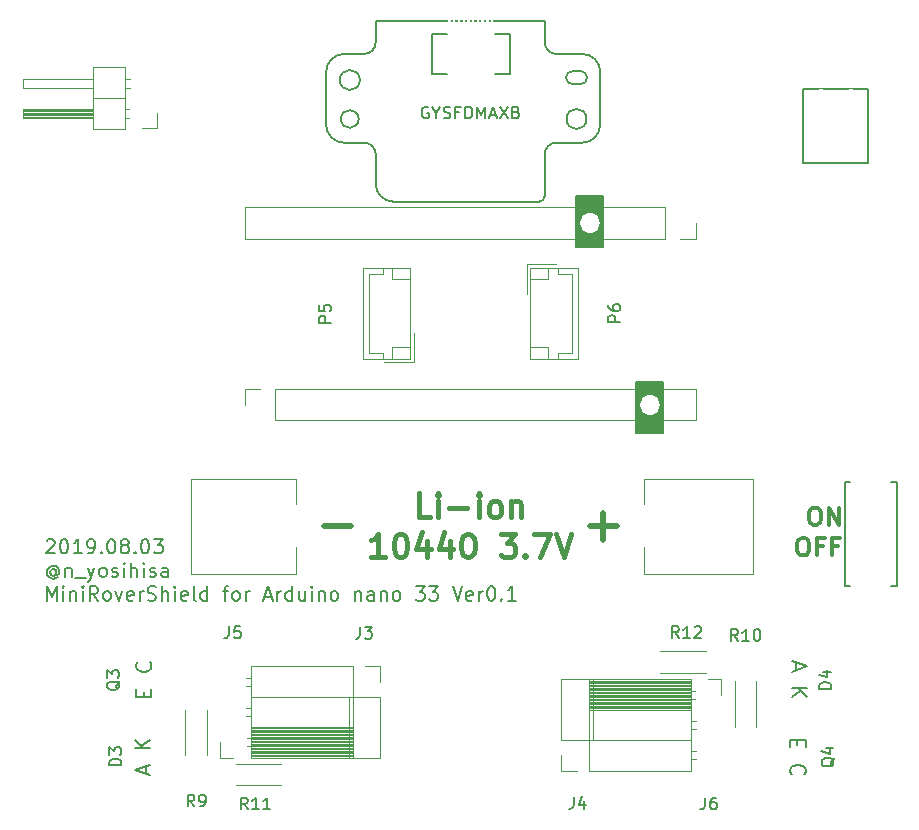
<source format=gto>
G04 #@! TF.GenerationSoftware,KiCad,Pcbnew,(5.0.0)*
G04 #@! TF.CreationDate,2019-08-04T00:31:06+09:00*
G04 #@! TF.ProjectId,MiniRoverShield,4D696E69526F766572536869656C642E,rev?*
G04 #@! TF.SameCoordinates,Original*
G04 #@! TF.FileFunction,Legend,Top*
G04 #@! TF.FilePolarity,Positive*
%FSLAX46Y46*%
G04 Gerber Fmt 4.6, Leading zero omitted, Abs format (unit mm)*
G04 Created by KiCad (PCBNEW (5.0.0)) date 08/04/19 00:31:06*
%MOMM*%
%LPD*%
G01*
G04 APERTURE LIST*
%ADD10C,0.200000*%
%ADD11C,0.150000*%
%ADD12C,0.300000*%
%ADD13C,0.500000*%
%ADD14C,0.400000*%
%ADD15C,0.120000*%
%ADD16C,0.100000*%
%ADD17C,1.600000*%
%ADD18R,1.700000X1.700000*%
%ADD19O,1.700000X1.700000*%
%ADD20O,1.400000X1.400000*%
%ADD21C,1.400000*%
%ADD22O,2.000000X1.700000*%
%ADD23R,2.000000X1.700000*%
%ADD24C,0.600000*%
%ADD25C,2.000000*%
%ADD26C,1.200000*%
%ADD27C,0.200000*%
%ADD28O,2.800000X3.500000*%
%ADD29O,3.000000X2.000000*%
%ADD30O,2.200000X1.300000*%
G04 APERTURE END LIST*
D10*
X42178571Y-92123142D02*
X42235714Y-92066000D01*
X42350000Y-92008857D01*
X42635714Y-92008857D01*
X42750000Y-92066000D01*
X42807142Y-92123142D01*
X42864285Y-92237428D01*
X42864285Y-92351714D01*
X42807142Y-92523142D01*
X42121428Y-93208857D01*
X42864285Y-93208857D01*
X43607142Y-92008857D02*
X43721428Y-92008857D01*
X43835714Y-92066000D01*
X43892857Y-92123142D01*
X43950000Y-92237428D01*
X44007142Y-92466000D01*
X44007142Y-92751714D01*
X43950000Y-92980285D01*
X43892857Y-93094571D01*
X43835714Y-93151714D01*
X43721428Y-93208857D01*
X43607142Y-93208857D01*
X43492857Y-93151714D01*
X43435714Y-93094571D01*
X43378571Y-92980285D01*
X43321428Y-92751714D01*
X43321428Y-92466000D01*
X43378571Y-92237428D01*
X43435714Y-92123142D01*
X43492857Y-92066000D01*
X43607142Y-92008857D01*
X45150000Y-93208857D02*
X44464285Y-93208857D01*
X44807142Y-93208857D02*
X44807142Y-92008857D01*
X44692857Y-92180285D01*
X44578571Y-92294571D01*
X44464285Y-92351714D01*
X45721428Y-93208857D02*
X45950000Y-93208857D01*
X46064285Y-93151714D01*
X46121428Y-93094571D01*
X46235714Y-92923142D01*
X46292857Y-92694571D01*
X46292857Y-92237428D01*
X46235714Y-92123142D01*
X46178571Y-92066000D01*
X46064285Y-92008857D01*
X45835714Y-92008857D01*
X45721428Y-92066000D01*
X45664285Y-92123142D01*
X45607142Y-92237428D01*
X45607142Y-92523142D01*
X45664285Y-92637428D01*
X45721428Y-92694571D01*
X45835714Y-92751714D01*
X46064285Y-92751714D01*
X46178571Y-92694571D01*
X46235714Y-92637428D01*
X46292857Y-92523142D01*
X46807142Y-93094571D02*
X46864285Y-93151714D01*
X46807142Y-93208857D01*
X46750000Y-93151714D01*
X46807142Y-93094571D01*
X46807142Y-93208857D01*
X47607142Y-92008857D02*
X47721428Y-92008857D01*
X47835714Y-92066000D01*
X47892857Y-92123142D01*
X47950000Y-92237428D01*
X48007142Y-92466000D01*
X48007142Y-92751714D01*
X47950000Y-92980285D01*
X47892857Y-93094571D01*
X47835714Y-93151714D01*
X47721428Y-93208857D01*
X47607142Y-93208857D01*
X47492857Y-93151714D01*
X47435714Y-93094571D01*
X47378571Y-92980285D01*
X47321428Y-92751714D01*
X47321428Y-92466000D01*
X47378571Y-92237428D01*
X47435714Y-92123142D01*
X47492857Y-92066000D01*
X47607142Y-92008857D01*
X48692857Y-92523142D02*
X48578571Y-92466000D01*
X48521428Y-92408857D01*
X48464285Y-92294571D01*
X48464285Y-92237428D01*
X48521428Y-92123142D01*
X48578571Y-92066000D01*
X48692857Y-92008857D01*
X48921428Y-92008857D01*
X49035714Y-92066000D01*
X49092857Y-92123142D01*
X49150000Y-92237428D01*
X49150000Y-92294571D01*
X49092857Y-92408857D01*
X49035714Y-92466000D01*
X48921428Y-92523142D01*
X48692857Y-92523142D01*
X48578571Y-92580285D01*
X48521428Y-92637428D01*
X48464285Y-92751714D01*
X48464285Y-92980285D01*
X48521428Y-93094571D01*
X48578571Y-93151714D01*
X48692857Y-93208857D01*
X48921428Y-93208857D01*
X49035714Y-93151714D01*
X49092857Y-93094571D01*
X49150000Y-92980285D01*
X49150000Y-92751714D01*
X49092857Y-92637428D01*
X49035714Y-92580285D01*
X48921428Y-92523142D01*
X49664285Y-93094571D02*
X49721428Y-93151714D01*
X49664285Y-93208857D01*
X49607142Y-93151714D01*
X49664285Y-93094571D01*
X49664285Y-93208857D01*
X50464285Y-92008857D02*
X50578571Y-92008857D01*
X50692857Y-92066000D01*
X50750000Y-92123142D01*
X50807142Y-92237428D01*
X50864285Y-92466000D01*
X50864285Y-92751714D01*
X50807142Y-92980285D01*
X50750000Y-93094571D01*
X50692857Y-93151714D01*
X50578571Y-93208857D01*
X50464285Y-93208857D01*
X50350000Y-93151714D01*
X50292857Y-93094571D01*
X50235714Y-92980285D01*
X50178571Y-92751714D01*
X50178571Y-92466000D01*
X50235714Y-92237428D01*
X50292857Y-92123142D01*
X50350000Y-92066000D01*
X50464285Y-92008857D01*
X51264285Y-92008857D02*
X52007142Y-92008857D01*
X51607142Y-92466000D01*
X51778571Y-92466000D01*
X51892857Y-92523142D01*
X51950000Y-92580285D01*
X52007142Y-92694571D01*
X52007142Y-92980285D01*
X51950000Y-93094571D01*
X51892857Y-93151714D01*
X51778571Y-93208857D01*
X51435714Y-93208857D01*
X51321428Y-93151714D01*
X51264285Y-93094571D01*
X42978571Y-94637428D02*
X42921428Y-94580285D01*
X42807142Y-94523142D01*
X42692857Y-94523142D01*
X42578571Y-94580285D01*
X42521428Y-94637428D01*
X42464285Y-94751714D01*
X42464285Y-94866000D01*
X42521428Y-94980285D01*
X42578571Y-95037428D01*
X42692857Y-95094571D01*
X42807142Y-95094571D01*
X42921428Y-95037428D01*
X42978571Y-94980285D01*
X42978571Y-94523142D02*
X42978571Y-94980285D01*
X43035714Y-95037428D01*
X43092857Y-95037428D01*
X43207142Y-94980285D01*
X43264285Y-94866000D01*
X43264285Y-94580285D01*
X43150000Y-94408857D01*
X42978571Y-94294571D01*
X42750000Y-94237428D01*
X42521428Y-94294571D01*
X42350000Y-94408857D01*
X42235714Y-94580285D01*
X42178571Y-94808857D01*
X42235714Y-95037428D01*
X42350000Y-95208857D01*
X42521428Y-95323142D01*
X42750000Y-95380285D01*
X42978571Y-95323142D01*
X43150000Y-95208857D01*
X43778571Y-94408857D02*
X43778571Y-95208857D01*
X43778571Y-94523142D02*
X43835714Y-94466000D01*
X43950000Y-94408857D01*
X44121428Y-94408857D01*
X44235714Y-94466000D01*
X44292857Y-94580285D01*
X44292857Y-95208857D01*
X44578571Y-95323142D02*
X45492857Y-95323142D01*
X45664285Y-94408857D02*
X45950000Y-95208857D01*
X46235714Y-94408857D02*
X45950000Y-95208857D01*
X45835714Y-95494571D01*
X45778571Y-95551714D01*
X45664285Y-95608857D01*
X46864285Y-95208857D02*
X46750000Y-95151714D01*
X46692857Y-95094571D01*
X46635714Y-94980285D01*
X46635714Y-94637428D01*
X46692857Y-94523142D01*
X46750000Y-94466000D01*
X46864285Y-94408857D01*
X47035714Y-94408857D01*
X47150000Y-94466000D01*
X47207142Y-94523142D01*
X47264285Y-94637428D01*
X47264285Y-94980285D01*
X47207142Y-95094571D01*
X47150000Y-95151714D01*
X47035714Y-95208857D01*
X46864285Y-95208857D01*
X47721428Y-95151714D02*
X47835714Y-95208857D01*
X48064285Y-95208857D01*
X48178571Y-95151714D01*
X48235714Y-95037428D01*
X48235714Y-94980285D01*
X48178571Y-94866000D01*
X48064285Y-94808857D01*
X47892857Y-94808857D01*
X47778571Y-94751714D01*
X47721428Y-94637428D01*
X47721428Y-94580285D01*
X47778571Y-94466000D01*
X47892857Y-94408857D01*
X48064285Y-94408857D01*
X48178571Y-94466000D01*
X48750000Y-95208857D02*
X48750000Y-94408857D01*
X48750000Y-94008857D02*
X48692857Y-94066000D01*
X48750000Y-94123142D01*
X48807142Y-94066000D01*
X48750000Y-94008857D01*
X48750000Y-94123142D01*
X49321428Y-95208857D02*
X49321428Y-94008857D01*
X49835714Y-95208857D02*
X49835714Y-94580285D01*
X49778571Y-94466000D01*
X49664285Y-94408857D01*
X49492857Y-94408857D01*
X49378571Y-94466000D01*
X49321428Y-94523142D01*
X50407142Y-95208857D02*
X50407142Y-94408857D01*
X50407142Y-94008857D02*
X50350000Y-94066000D01*
X50407142Y-94123142D01*
X50464285Y-94066000D01*
X50407142Y-94008857D01*
X50407142Y-94123142D01*
X50921428Y-95151714D02*
X51035714Y-95208857D01*
X51264285Y-95208857D01*
X51378571Y-95151714D01*
X51435714Y-95037428D01*
X51435714Y-94980285D01*
X51378571Y-94866000D01*
X51264285Y-94808857D01*
X51092857Y-94808857D01*
X50978571Y-94751714D01*
X50921428Y-94637428D01*
X50921428Y-94580285D01*
X50978571Y-94466000D01*
X51092857Y-94408857D01*
X51264285Y-94408857D01*
X51378571Y-94466000D01*
X52464285Y-95208857D02*
X52464285Y-94580285D01*
X52407142Y-94466000D01*
X52292857Y-94408857D01*
X52064285Y-94408857D01*
X51950000Y-94466000D01*
X52464285Y-95151714D02*
X52350000Y-95208857D01*
X52064285Y-95208857D01*
X51950000Y-95151714D01*
X51892857Y-95037428D01*
X51892857Y-94923142D01*
X51950000Y-94808857D01*
X52064285Y-94751714D01*
X52350000Y-94751714D01*
X52464285Y-94694571D01*
X42235714Y-97208857D02*
X42235714Y-96008857D01*
X42635714Y-96866000D01*
X43035714Y-96008857D01*
X43035714Y-97208857D01*
X43607142Y-97208857D02*
X43607142Y-96408857D01*
X43607142Y-96008857D02*
X43550000Y-96066000D01*
X43607142Y-96123142D01*
X43664285Y-96066000D01*
X43607142Y-96008857D01*
X43607142Y-96123142D01*
X44178571Y-96408857D02*
X44178571Y-97208857D01*
X44178571Y-96523142D02*
X44235714Y-96466000D01*
X44350000Y-96408857D01*
X44521428Y-96408857D01*
X44635714Y-96466000D01*
X44692857Y-96580285D01*
X44692857Y-97208857D01*
X45264285Y-97208857D02*
X45264285Y-96408857D01*
X45264285Y-96008857D02*
X45207142Y-96066000D01*
X45264285Y-96123142D01*
X45321428Y-96066000D01*
X45264285Y-96008857D01*
X45264285Y-96123142D01*
X46521428Y-97208857D02*
X46121428Y-96637428D01*
X45835714Y-97208857D02*
X45835714Y-96008857D01*
X46292857Y-96008857D01*
X46407142Y-96066000D01*
X46464285Y-96123142D01*
X46521428Y-96237428D01*
X46521428Y-96408857D01*
X46464285Y-96523142D01*
X46407142Y-96580285D01*
X46292857Y-96637428D01*
X45835714Y-96637428D01*
X47207142Y-97208857D02*
X47092857Y-97151714D01*
X47035714Y-97094571D01*
X46978571Y-96980285D01*
X46978571Y-96637428D01*
X47035714Y-96523142D01*
X47092857Y-96466000D01*
X47207142Y-96408857D01*
X47378571Y-96408857D01*
X47492857Y-96466000D01*
X47550000Y-96523142D01*
X47607142Y-96637428D01*
X47607142Y-96980285D01*
X47550000Y-97094571D01*
X47492857Y-97151714D01*
X47378571Y-97208857D01*
X47207142Y-97208857D01*
X48007142Y-96408857D02*
X48292857Y-97208857D01*
X48578571Y-96408857D01*
X49492857Y-97151714D02*
X49378571Y-97208857D01*
X49150000Y-97208857D01*
X49035714Y-97151714D01*
X48978571Y-97037428D01*
X48978571Y-96580285D01*
X49035714Y-96466000D01*
X49150000Y-96408857D01*
X49378571Y-96408857D01*
X49492857Y-96466000D01*
X49550000Y-96580285D01*
X49550000Y-96694571D01*
X48978571Y-96808857D01*
X50064285Y-97208857D02*
X50064285Y-96408857D01*
X50064285Y-96637428D02*
X50121428Y-96523142D01*
X50178571Y-96466000D01*
X50292857Y-96408857D01*
X50407142Y-96408857D01*
X50750000Y-97151714D02*
X50921428Y-97208857D01*
X51207142Y-97208857D01*
X51321428Y-97151714D01*
X51378571Y-97094571D01*
X51435714Y-96980285D01*
X51435714Y-96866000D01*
X51378571Y-96751714D01*
X51321428Y-96694571D01*
X51207142Y-96637428D01*
X50978571Y-96580285D01*
X50864285Y-96523142D01*
X50807142Y-96466000D01*
X50750000Y-96351714D01*
X50750000Y-96237428D01*
X50807142Y-96123142D01*
X50864285Y-96066000D01*
X50978571Y-96008857D01*
X51264285Y-96008857D01*
X51435714Y-96066000D01*
X51950000Y-97208857D02*
X51950000Y-96008857D01*
X52464285Y-97208857D02*
X52464285Y-96580285D01*
X52407142Y-96466000D01*
X52292857Y-96408857D01*
X52121428Y-96408857D01*
X52007142Y-96466000D01*
X51950000Y-96523142D01*
X53035714Y-97208857D02*
X53035714Y-96408857D01*
X53035714Y-96008857D02*
X52978571Y-96066000D01*
X53035714Y-96123142D01*
X53092857Y-96066000D01*
X53035714Y-96008857D01*
X53035714Y-96123142D01*
X54064285Y-97151714D02*
X53950000Y-97208857D01*
X53721428Y-97208857D01*
X53607142Y-97151714D01*
X53550000Y-97037428D01*
X53550000Y-96580285D01*
X53607142Y-96466000D01*
X53721428Y-96408857D01*
X53950000Y-96408857D01*
X54064285Y-96466000D01*
X54121428Y-96580285D01*
X54121428Y-96694571D01*
X53550000Y-96808857D01*
X54807142Y-97208857D02*
X54692857Y-97151714D01*
X54635714Y-97037428D01*
X54635714Y-96008857D01*
X55778571Y-97208857D02*
X55778571Y-96008857D01*
X55778571Y-97151714D02*
X55664285Y-97208857D01*
X55435714Y-97208857D01*
X55321428Y-97151714D01*
X55264285Y-97094571D01*
X55207142Y-96980285D01*
X55207142Y-96637428D01*
X55264285Y-96523142D01*
X55321428Y-96466000D01*
X55435714Y-96408857D01*
X55664285Y-96408857D01*
X55778571Y-96466000D01*
X57092857Y-96408857D02*
X57550000Y-96408857D01*
X57264285Y-97208857D02*
X57264285Y-96180285D01*
X57321428Y-96066000D01*
X57435714Y-96008857D01*
X57550000Y-96008857D01*
X58121428Y-97208857D02*
X58007142Y-97151714D01*
X57950000Y-97094571D01*
X57892857Y-96980285D01*
X57892857Y-96637428D01*
X57950000Y-96523142D01*
X58007142Y-96466000D01*
X58121428Y-96408857D01*
X58292857Y-96408857D01*
X58407142Y-96466000D01*
X58464285Y-96523142D01*
X58521428Y-96637428D01*
X58521428Y-96980285D01*
X58464285Y-97094571D01*
X58407142Y-97151714D01*
X58292857Y-97208857D01*
X58121428Y-97208857D01*
X59035714Y-97208857D02*
X59035714Y-96408857D01*
X59035714Y-96637428D02*
X59092857Y-96523142D01*
X59150000Y-96466000D01*
X59264285Y-96408857D01*
X59378571Y-96408857D01*
X60635714Y-96866000D02*
X61207142Y-96866000D01*
X60521428Y-97208857D02*
X60921428Y-96008857D01*
X61321428Y-97208857D01*
X61721428Y-97208857D02*
X61721428Y-96408857D01*
X61721428Y-96637428D02*
X61778571Y-96523142D01*
X61835714Y-96466000D01*
X61950000Y-96408857D01*
X62064285Y-96408857D01*
X62978571Y-97208857D02*
X62978571Y-96008857D01*
X62978571Y-97151714D02*
X62864285Y-97208857D01*
X62635714Y-97208857D01*
X62521428Y-97151714D01*
X62464285Y-97094571D01*
X62407142Y-96980285D01*
X62407142Y-96637428D01*
X62464285Y-96523142D01*
X62521428Y-96466000D01*
X62635714Y-96408857D01*
X62864285Y-96408857D01*
X62978571Y-96466000D01*
X64064285Y-96408857D02*
X64064285Y-97208857D01*
X63550000Y-96408857D02*
X63550000Y-97037428D01*
X63607142Y-97151714D01*
X63721428Y-97208857D01*
X63892857Y-97208857D01*
X64007142Y-97151714D01*
X64064285Y-97094571D01*
X64635714Y-97208857D02*
X64635714Y-96408857D01*
X64635714Y-96008857D02*
X64578571Y-96066000D01*
X64635714Y-96123142D01*
X64692857Y-96066000D01*
X64635714Y-96008857D01*
X64635714Y-96123142D01*
X65207142Y-96408857D02*
X65207142Y-97208857D01*
X65207142Y-96523142D02*
X65264285Y-96466000D01*
X65378571Y-96408857D01*
X65550000Y-96408857D01*
X65664285Y-96466000D01*
X65721428Y-96580285D01*
X65721428Y-97208857D01*
X66464285Y-97208857D02*
X66350000Y-97151714D01*
X66292857Y-97094571D01*
X66235714Y-96980285D01*
X66235714Y-96637428D01*
X66292857Y-96523142D01*
X66350000Y-96466000D01*
X66464285Y-96408857D01*
X66635714Y-96408857D01*
X66750000Y-96466000D01*
X66807142Y-96523142D01*
X66864285Y-96637428D01*
X66864285Y-96980285D01*
X66807142Y-97094571D01*
X66750000Y-97151714D01*
X66635714Y-97208857D01*
X66464285Y-97208857D01*
X68292857Y-96408857D02*
X68292857Y-97208857D01*
X68292857Y-96523142D02*
X68350000Y-96466000D01*
X68464285Y-96408857D01*
X68635714Y-96408857D01*
X68750000Y-96466000D01*
X68807142Y-96580285D01*
X68807142Y-97208857D01*
X69892857Y-97208857D02*
X69892857Y-96580285D01*
X69835714Y-96466000D01*
X69721428Y-96408857D01*
X69492857Y-96408857D01*
X69378571Y-96466000D01*
X69892857Y-97151714D02*
X69778571Y-97208857D01*
X69492857Y-97208857D01*
X69378571Y-97151714D01*
X69321428Y-97037428D01*
X69321428Y-96923142D01*
X69378571Y-96808857D01*
X69492857Y-96751714D01*
X69778571Y-96751714D01*
X69892857Y-96694571D01*
X70464285Y-96408857D02*
X70464285Y-97208857D01*
X70464285Y-96523142D02*
X70521428Y-96466000D01*
X70635714Y-96408857D01*
X70807142Y-96408857D01*
X70921428Y-96466000D01*
X70978571Y-96580285D01*
X70978571Y-97208857D01*
X71721428Y-97208857D02*
X71607142Y-97151714D01*
X71550000Y-97094571D01*
X71492857Y-96980285D01*
X71492857Y-96637428D01*
X71550000Y-96523142D01*
X71607142Y-96466000D01*
X71721428Y-96408857D01*
X71892857Y-96408857D01*
X72007142Y-96466000D01*
X72064285Y-96523142D01*
X72121428Y-96637428D01*
X72121428Y-96980285D01*
X72064285Y-97094571D01*
X72007142Y-97151714D01*
X71892857Y-97208857D01*
X71721428Y-97208857D01*
X73435714Y-96008857D02*
X74178571Y-96008857D01*
X73778571Y-96466000D01*
X73950000Y-96466000D01*
X74064285Y-96523142D01*
X74121428Y-96580285D01*
X74178571Y-96694571D01*
X74178571Y-96980285D01*
X74121428Y-97094571D01*
X74064285Y-97151714D01*
X73950000Y-97208857D01*
X73607142Y-97208857D01*
X73492857Y-97151714D01*
X73435714Y-97094571D01*
X74578571Y-96008857D02*
X75321428Y-96008857D01*
X74921428Y-96466000D01*
X75092857Y-96466000D01*
X75207142Y-96523142D01*
X75264285Y-96580285D01*
X75321428Y-96694571D01*
X75321428Y-96980285D01*
X75264285Y-97094571D01*
X75207142Y-97151714D01*
X75092857Y-97208857D01*
X74750000Y-97208857D01*
X74635714Y-97151714D01*
X74578571Y-97094571D01*
X76578571Y-96008857D02*
X76978571Y-97208857D01*
X77378571Y-96008857D01*
X78235714Y-97151714D02*
X78121428Y-97208857D01*
X77892857Y-97208857D01*
X77778571Y-97151714D01*
X77721428Y-97037428D01*
X77721428Y-96580285D01*
X77778571Y-96466000D01*
X77892857Y-96408857D01*
X78121428Y-96408857D01*
X78235714Y-96466000D01*
X78292857Y-96580285D01*
X78292857Y-96694571D01*
X77721428Y-96808857D01*
X78807142Y-97208857D02*
X78807142Y-96408857D01*
X78807142Y-96637428D02*
X78864285Y-96523142D01*
X78921428Y-96466000D01*
X79035714Y-96408857D01*
X79150000Y-96408857D01*
X79778571Y-96008857D02*
X79892857Y-96008857D01*
X80007142Y-96066000D01*
X80064285Y-96123142D01*
X80121428Y-96237428D01*
X80178571Y-96466000D01*
X80178571Y-96751714D01*
X80121428Y-96980285D01*
X80064285Y-97094571D01*
X80007142Y-97151714D01*
X79892857Y-97208857D01*
X79778571Y-97208857D01*
X79664285Y-97151714D01*
X79607142Y-97094571D01*
X79550000Y-96980285D01*
X79492857Y-96751714D01*
X79492857Y-96466000D01*
X79550000Y-96237428D01*
X79607142Y-96123142D01*
X79664285Y-96066000D01*
X79778571Y-96008857D01*
X80692857Y-97094571D02*
X80750000Y-97151714D01*
X80692857Y-97208857D01*
X80635714Y-97151714D01*
X80692857Y-97094571D01*
X80692857Y-97208857D01*
X81892857Y-97208857D02*
X81207142Y-97208857D01*
X81550000Y-97208857D02*
X81550000Y-96008857D01*
X81435714Y-96180285D01*
X81321428Y-96294571D01*
X81207142Y-96351714D01*
D11*
G36*
X92112000Y-82982000D02*
X92112000Y-78664000D01*
X94398000Y-78664000D01*
X94398000Y-82982000D01*
X92112000Y-82982000D01*
G37*
X92112000Y-82982000D02*
X92112000Y-78664000D01*
X94398000Y-78664000D01*
X94398000Y-82982000D01*
X92112000Y-82982000D01*
G36*
X87032000Y-67234000D02*
X87032000Y-62916000D01*
X89318000Y-62916000D01*
X89318000Y-67234000D01*
X87032000Y-67234000D01*
G37*
X87032000Y-67234000D02*
X87032000Y-62916000D01*
X89318000Y-62916000D01*
X89318000Y-67234000D01*
X87032000Y-67234000D01*
D12*
X107105000Y-89333571D02*
X107390714Y-89333571D01*
X107533571Y-89405000D01*
X107676428Y-89547857D01*
X107747857Y-89833571D01*
X107747857Y-90333571D01*
X107676428Y-90619285D01*
X107533571Y-90762142D01*
X107390714Y-90833571D01*
X107105000Y-90833571D01*
X106962142Y-90762142D01*
X106819285Y-90619285D01*
X106747857Y-90333571D01*
X106747857Y-89833571D01*
X106819285Y-89547857D01*
X106962142Y-89405000D01*
X107105000Y-89333571D01*
X108390714Y-90833571D02*
X108390714Y-89333571D01*
X109247857Y-90833571D01*
X109247857Y-89333571D01*
X106105000Y-91883571D02*
X106390714Y-91883571D01*
X106533571Y-91955000D01*
X106676428Y-92097857D01*
X106747857Y-92383571D01*
X106747857Y-92883571D01*
X106676428Y-93169285D01*
X106533571Y-93312142D01*
X106390714Y-93383571D01*
X106105000Y-93383571D01*
X105962142Y-93312142D01*
X105819285Y-93169285D01*
X105747857Y-92883571D01*
X105747857Y-92383571D01*
X105819285Y-92097857D01*
X105962142Y-91955000D01*
X106105000Y-91883571D01*
X107890714Y-92597857D02*
X107390714Y-92597857D01*
X107390714Y-93383571D02*
X107390714Y-91883571D01*
X108105000Y-91883571D01*
X109176428Y-92597857D02*
X108676428Y-92597857D01*
X108676428Y-93383571D02*
X108676428Y-91883571D01*
X109390714Y-91883571D01*
D13*
X65657142Y-90894285D02*
X67942857Y-90894285D01*
X88157142Y-90894285D02*
X90442857Y-90894285D01*
X89300000Y-92037142D02*
X89300000Y-89751428D01*
D14*
X74669047Y-90134761D02*
X73716666Y-90134761D01*
X73716666Y-88134761D01*
X75335714Y-90134761D02*
X75335714Y-88801428D01*
X75335714Y-88134761D02*
X75240476Y-88230000D01*
X75335714Y-88325238D01*
X75430952Y-88230000D01*
X75335714Y-88134761D01*
X75335714Y-88325238D01*
X76288095Y-89372857D02*
X77811904Y-89372857D01*
X78764285Y-90134761D02*
X78764285Y-88801428D01*
X78764285Y-88134761D02*
X78669047Y-88230000D01*
X78764285Y-88325238D01*
X78859523Y-88230000D01*
X78764285Y-88134761D01*
X78764285Y-88325238D01*
X80002380Y-90134761D02*
X79811904Y-90039523D01*
X79716666Y-89944285D01*
X79621428Y-89753809D01*
X79621428Y-89182380D01*
X79716666Y-88991904D01*
X79811904Y-88896666D01*
X80002380Y-88801428D01*
X80288095Y-88801428D01*
X80478571Y-88896666D01*
X80573809Y-88991904D01*
X80669047Y-89182380D01*
X80669047Y-89753809D01*
X80573809Y-89944285D01*
X80478571Y-90039523D01*
X80288095Y-90134761D01*
X80002380Y-90134761D01*
X81526190Y-88801428D02*
X81526190Y-90134761D01*
X81526190Y-88991904D02*
X81621428Y-88896666D01*
X81811904Y-88801428D01*
X82097619Y-88801428D01*
X82288095Y-88896666D01*
X82383333Y-89087142D01*
X82383333Y-90134761D01*
X70811904Y-93534761D02*
X69669047Y-93534761D01*
X70240476Y-93534761D02*
X70240476Y-91534761D01*
X70050000Y-91820476D01*
X69859523Y-92010952D01*
X69669047Y-92106190D01*
X72050000Y-91534761D02*
X72240476Y-91534761D01*
X72430952Y-91630000D01*
X72526190Y-91725238D01*
X72621428Y-91915714D01*
X72716666Y-92296666D01*
X72716666Y-92772857D01*
X72621428Y-93153809D01*
X72526190Y-93344285D01*
X72430952Y-93439523D01*
X72240476Y-93534761D01*
X72050000Y-93534761D01*
X71859523Y-93439523D01*
X71764285Y-93344285D01*
X71669047Y-93153809D01*
X71573809Y-92772857D01*
X71573809Y-92296666D01*
X71669047Y-91915714D01*
X71764285Y-91725238D01*
X71859523Y-91630000D01*
X72050000Y-91534761D01*
X74430952Y-92201428D02*
X74430952Y-93534761D01*
X73954761Y-91439523D02*
X73478571Y-92868095D01*
X74716666Y-92868095D01*
X76335714Y-92201428D02*
X76335714Y-93534761D01*
X75859523Y-91439523D02*
X75383333Y-92868095D01*
X76621428Y-92868095D01*
X77764285Y-91534761D02*
X77954761Y-91534761D01*
X78145238Y-91630000D01*
X78240476Y-91725238D01*
X78335714Y-91915714D01*
X78430952Y-92296666D01*
X78430952Y-92772857D01*
X78335714Y-93153809D01*
X78240476Y-93344285D01*
X78145238Y-93439523D01*
X77954761Y-93534761D01*
X77764285Y-93534761D01*
X77573809Y-93439523D01*
X77478571Y-93344285D01*
X77383333Y-93153809D01*
X77288095Y-92772857D01*
X77288095Y-92296666D01*
X77383333Y-91915714D01*
X77478571Y-91725238D01*
X77573809Y-91630000D01*
X77764285Y-91534761D01*
X80621428Y-91534761D02*
X81859523Y-91534761D01*
X81192857Y-92296666D01*
X81478571Y-92296666D01*
X81669047Y-92391904D01*
X81764285Y-92487142D01*
X81859523Y-92677619D01*
X81859523Y-93153809D01*
X81764285Y-93344285D01*
X81669047Y-93439523D01*
X81478571Y-93534761D01*
X80907142Y-93534761D01*
X80716666Y-93439523D01*
X80621428Y-93344285D01*
X82716666Y-93344285D02*
X82811904Y-93439523D01*
X82716666Y-93534761D01*
X82621428Y-93439523D01*
X82716666Y-93344285D01*
X82716666Y-93534761D01*
X83478571Y-91534761D02*
X84811904Y-91534761D01*
X83954761Y-93534761D01*
X85288095Y-91534761D02*
X85954761Y-93534761D01*
X86621428Y-91534761D01*
D10*
X105633333Y-102475238D02*
X105633333Y-103094285D01*
X105261904Y-102351428D02*
X106561904Y-102784761D01*
X105261904Y-103218095D01*
X105261904Y-104641904D02*
X106561904Y-104641904D01*
X105261904Y-105384761D02*
X106004761Y-104827619D01*
X106561904Y-105384761D02*
X105819047Y-104641904D01*
X105757142Y-109006190D02*
X105757142Y-109439523D01*
X106438095Y-109625238D02*
X106438095Y-109006190D01*
X105138095Y-109006190D01*
X105138095Y-109625238D01*
X106314285Y-111915714D02*
X106376190Y-111853809D01*
X106438095Y-111668095D01*
X106438095Y-111544285D01*
X106376190Y-111358571D01*
X106252380Y-111234761D01*
X106128571Y-111172857D01*
X105880952Y-111110952D01*
X105695238Y-111110952D01*
X105447619Y-111172857D01*
X105323809Y-111234761D01*
X105200000Y-111358571D01*
X105138095Y-111544285D01*
X105138095Y-111668095D01*
X105200000Y-111853809D01*
X105261904Y-111915714D01*
X50442857Y-105353809D02*
X50442857Y-104920476D01*
X49761904Y-104734761D02*
X49761904Y-105353809D01*
X51061904Y-105353809D01*
X51061904Y-104734761D01*
X49885714Y-102444285D02*
X49823809Y-102506190D01*
X49761904Y-102691904D01*
X49761904Y-102815714D01*
X49823809Y-103001428D01*
X49947619Y-103125238D01*
X50071428Y-103187142D01*
X50319047Y-103249047D01*
X50504761Y-103249047D01*
X50752380Y-103187142D01*
X50876190Y-103125238D01*
X51000000Y-103001428D01*
X51061904Y-102815714D01*
X51061904Y-102691904D01*
X51000000Y-102506190D01*
X50938095Y-102444285D01*
X50566666Y-111884761D02*
X50566666Y-111265714D01*
X50938095Y-112008571D02*
X49638095Y-111575238D01*
X50938095Y-111141904D01*
X50938095Y-109718095D02*
X49638095Y-109718095D01*
X50938095Y-108975238D02*
X50195238Y-109532380D01*
X49638095Y-108975238D02*
X50380952Y-109718095D01*
D15*
G04 #@! TO.C,J6*
X88110000Y-103980000D02*
X96740000Y-103980000D01*
X88110000Y-104098095D02*
X96740000Y-104098095D01*
X88110000Y-104216190D02*
X96740000Y-104216190D01*
X88110000Y-104334285D02*
X96740000Y-104334285D01*
X88110000Y-104452380D02*
X96740000Y-104452380D01*
X88110000Y-104570475D02*
X96740000Y-104570475D01*
X88110000Y-104688570D02*
X96740000Y-104688570D01*
X88110000Y-104806665D02*
X96740000Y-104806665D01*
X88110000Y-104924760D02*
X96740000Y-104924760D01*
X88110000Y-105042855D02*
X96740000Y-105042855D01*
X88110000Y-105160950D02*
X96740000Y-105160950D01*
X88110000Y-105279045D02*
X96740000Y-105279045D01*
X88110000Y-105397140D02*
X96740000Y-105397140D01*
X88110000Y-105515235D02*
X96740000Y-105515235D01*
X88110000Y-105633330D02*
X96740000Y-105633330D01*
X88110000Y-105751425D02*
X96740000Y-105751425D01*
X88110000Y-105869520D02*
X96740000Y-105869520D01*
X88110000Y-105987615D02*
X96740000Y-105987615D01*
X88110000Y-106105710D02*
X96740000Y-106105710D01*
X88110000Y-106223805D02*
X96740000Y-106223805D01*
X88110000Y-106341900D02*
X96740000Y-106341900D01*
X96740000Y-104830000D02*
X97090000Y-104830000D01*
X96740000Y-105550000D02*
X97090000Y-105550000D01*
X96740000Y-107370000D02*
X97150000Y-107370000D01*
X96740000Y-108090000D02*
X97150000Y-108090000D01*
X96740000Y-109910000D02*
X97150000Y-109910000D01*
X96740000Y-110630000D02*
X97150000Y-110630000D01*
X88110000Y-106460000D02*
X96740000Y-106460000D01*
X88110000Y-109000000D02*
X96740000Y-109000000D01*
X88110000Y-103860000D02*
X96740000Y-103860000D01*
X96740000Y-103860000D02*
X96740000Y-111600000D01*
X88110000Y-111600000D02*
X96740000Y-111600000D01*
X88110000Y-103860000D02*
X88110000Y-111600000D01*
X99310000Y-103860000D02*
X99310000Y-105190000D01*
X98200000Y-103860000D02*
X99310000Y-103860000D01*
G04 #@! TO.C,J4*
X88430000Y-109000000D02*
X85770000Y-109000000D01*
X88430000Y-109000000D02*
X88430000Y-103860000D01*
X88430000Y-103860000D02*
X85770000Y-103860000D01*
X85770000Y-109000000D02*
X85770000Y-103860000D01*
X85770000Y-111600000D02*
X85770000Y-110270000D01*
X87100000Y-111600000D02*
X85770000Y-111600000D01*
G04 #@! TO.C,R10*
X100430000Y-104050000D02*
X100430000Y-107890000D01*
X102270000Y-104050000D02*
X102270000Y-107890000D01*
G04 #@! TO.C,R12*
X97980000Y-103350000D02*
X94140000Y-103350000D01*
X97980000Y-101510000D02*
X94140000Y-101510000D01*
G04 #@! TO.C,J3*
X69100000Y-102760000D02*
X70430000Y-102760000D01*
X70430000Y-102760000D02*
X70430000Y-104090000D01*
X70430000Y-105360000D02*
X70430000Y-110500000D01*
X67770000Y-110500000D02*
X70430000Y-110500000D01*
X67770000Y-105360000D02*
X67770000Y-110500000D01*
X67770000Y-105360000D02*
X70430000Y-105360000D01*
G04 #@! TO.C,P5*
X73260000Y-77040000D02*
X73260000Y-74540000D01*
X70760000Y-77040000D02*
X73260000Y-77040000D01*
X71460000Y-70020000D02*
X72960000Y-70020000D01*
X71460000Y-69020000D02*
X71460000Y-70020000D01*
X71460000Y-75740000D02*
X72960000Y-75740000D01*
X71460000Y-76740000D02*
X71460000Y-75740000D01*
X70650000Y-69520000D02*
X70650000Y-69020000D01*
X69440000Y-69520000D02*
X70650000Y-69520000D01*
X69440000Y-76240000D02*
X69440000Y-69520000D01*
X70650000Y-76240000D02*
X69440000Y-76240000D01*
X70650000Y-76740000D02*
X70650000Y-76240000D01*
X68940000Y-69020000D02*
X68940000Y-76740000D01*
X72960000Y-69020000D02*
X68940000Y-69020000D01*
X72960000Y-76740000D02*
X72960000Y-69020000D01*
X68940000Y-76740000D02*
X72960000Y-76740000D01*
G04 #@! TO.C,P6*
X87160000Y-69020000D02*
X83140000Y-69020000D01*
X83140000Y-69020000D02*
X83140000Y-76740000D01*
X83140000Y-76740000D02*
X87160000Y-76740000D01*
X87160000Y-76740000D02*
X87160000Y-69020000D01*
X85450000Y-69020000D02*
X85450000Y-69520000D01*
X85450000Y-69520000D02*
X86660000Y-69520000D01*
X86660000Y-69520000D02*
X86660000Y-76240000D01*
X86660000Y-76240000D02*
X85450000Y-76240000D01*
X85450000Y-76240000D02*
X85450000Y-76740000D01*
X84640000Y-69020000D02*
X84640000Y-70020000D01*
X84640000Y-70020000D02*
X83140000Y-70020000D01*
X84640000Y-76740000D02*
X84640000Y-75740000D01*
X84640000Y-75740000D02*
X83140000Y-75740000D01*
X85340000Y-68720000D02*
X82840000Y-68720000D01*
X82840000Y-68720000D02*
X82840000Y-71220000D01*
G04 #@! TO.C,P3*
X48810000Y-57260000D02*
X48810000Y-52060000D01*
X48810000Y-52060000D02*
X46150000Y-52060000D01*
X46150000Y-52060000D02*
X46150000Y-57260000D01*
X46150000Y-57260000D02*
X48810000Y-57260000D01*
X46150000Y-56310000D02*
X40150000Y-56310000D01*
X40150000Y-56310000D02*
X40150000Y-55550000D01*
X40150000Y-55550000D02*
X46150000Y-55550000D01*
X46150000Y-56250000D02*
X40150000Y-56250000D01*
X46150000Y-56130000D02*
X40150000Y-56130000D01*
X46150000Y-56010000D02*
X40150000Y-56010000D01*
X46150000Y-55890000D02*
X40150000Y-55890000D01*
X46150000Y-55770000D02*
X40150000Y-55770000D01*
X46150000Y-55650000D02*
X40150000Y-55650000D01*
X49140000Y-56310000D02*
X48810000Y-56310000D01*
X49140000Y-55550000D02*
X48810000Y-55550000D01*
X48810000Y-54660000D02*
X46150000Y-54660000D01*
X46150000Y-53770000D02*
X40150000Y-53770000D01*
X40150000Y-53770000D02*
X40150000Y-53010000D01*
X40150000Y-53010000D02*
X46150000Y-53010000D01*
X49207071Y-53770000D02*
X48810000Y-53770000D01*
X49207071Y-53010000D02*
X48810000Y-53010000D01*
X51520000Y-55930000D02*
X51520000Y-57200000D01*
X51520000Y-57200000D02*
X50250000Y-57200000D01*
G04 #@! TO.C,J5*
X58000000Y-110500000D02*
X56890000Y-110500000D01*
X56890000Y-110500000D02*
X56890000Y-109170000D01*
X68090000Y-110500000D02*
X68090000Y-102760000D01*
X68090000Y-102760000D02*
X59460000Y-102760000D01*
X59460000Y-110500000D02*
X59460000Y-102760000D01*
X68090000Y-110500000D02*
X59460000Y-110500000D01*
X68090000Y-105360000D02*
X59460000Y-105360000D01*
X68090000Y-107900000D02*
X59460000Y-107900000D01*
X59460000Y-103730000D02*
X59050000Y-103730000D01*
X59460000Y-104450000D02*
X59050000Y-104450000D01*
X59460000Y-106270000D02*
X59050000Y-106270000D01*
X59460000Y-106990000D02*
X59050000Y-106990000D01*
X59460000Y-108810000D02*
X59110000Y-108810000D01*
X59460000Y-109530000D02*
X59110000Y-109530000D01*
X68090000Y-108018100D02*
X59460000Y-108018100D01*
X68090000Y-108136195D02*
X59460000Y-108136195D01*
X68090000Y-108254290D02*
X59460000Y-108254290D01*
X68090000Y-108372385D02*
X59460000Y-108372385D01*
X68090000Y-108490480D02*
X59460000Y-108490480D01*
X68090000Y-108608575D02*
X59460000Y-108608575D01*
X68090000Y-108726670D02*
X59460000Y-108726670D01*
X68090000Y-108844765D02*
X59460000Y-108844765D01*
X68090000Y-108962860D02*
X59460000Y-108962860D01*
X68090000Y-109080955D02*
X59460000Y-109080955D01*
X68090000Y-109199050D02*
X59460000Y-109199050D01*
X68090000Y-109317145D02*
X59460000Y-109317145D01*
X68090000Y-109435240D02*
X59460000Y-109435240D01*
X68090000Y-109553335D02*
X59460000Y-109553335D01*
X68090000Y-109671430D02*
X59460000Y-109671430D01*
X68090000Y-109789525D02*
X59460000Y-109789525D01*
X68090000Y-109907620D02*
X59460000Y-109907620D01*
X68090000Y-110025715D02*
X59460000Y-110025715D01*
X68090000Y-110143810D02*
X59460000Y-110143810D01*
X68090000Y-110261905D02*
X59460000Y-110261905D01*
X68090000Y-110380000D02*
X59460000Y-110380000D01*
G04 #@! TO.C,R9*
X53930000Y-110310000D02*
X53930000Y-106470000D01*
X55770000Y-110310000D02*
X55770000Y-106470000D01*
G04 #@! TO.C,R11*
X58220000Y-112850000D02*
X62060000Y-112850000D01*
X58220000Y-111010000D02*
X62060000Y-111010000D01*
D11*
G04 #@! TO.C,P4*
X106210000Y-53930000D02*
X111750000Y-53930000D01*
X106210000Y-60130000D02*
X106210000Y-53930000D01*
X111750000Y-60130000D02*
X106210000Y-60130000D01*
X111750000Y-53930000D02*
X111750000Y-60130000D01*
G04 #@! TO.C,U2*
X68600000Y-56430000D02*
G75*
G03X68600000Y-56430000I-750000J0D01*
G01*
X68700000Y-53130000D02*
G75*
G03X68700000Y-53130000I-850000J0D01*
G01*
X87900000Y-56430000D02*
G75*
G03X87900000Y-56430000I-850000J0D01*
G01*
X86700000Y-53480000D02*
X87400000Y-53480000D01*
X86700000Y-52380000D02*
X87400000Y-52380000D01*
X86150000Y-52930000D02*
G75*
G02X86700000Y-52380000I550000J0D01*
G01*
X86700000Y-53480000D02*
G75*
G02X86150000Y-52930000I0J550000D01*
G01*
X87400000Y-52380000D02*
G75*
G02X87950000Y-52930000I0J-550000D01*
G01*
X87950000Y-52930000D02*
G75*
G02X87400000Y-53480000I-550000J0D01*
G01*
X70050000Y-48130000D02*
X84350000Y-48130000D01*
X67350000Y-58430000D02*
G75*
G02X65850000Y-56930000I0J1500000D01*
G01*
X65850000Y-52430000D02*
G75*
G02X67350000Y-50930000I1500000J0D01*
G01*
X89050000Y-56930000D02*
G75*
G02X87550000Y-58430000I-1500000J0D01*
G01*
X87550000Y-50930000D02*
G75*
G02X89050000Y-52430000I0J-1500000D01*
G01*
X85350000Y-50930000D02*
G75*
G02X84350000Y-49930000I0J1000000D01*
G01*
X84350000Y-59430000D02*
G75*
G02X85350000Y-58430000I1000000J0D01*
G01*
X69050000Y-58430000D02*
G75*
G02X70050000Y-59430000I0J-1000000D01*
G01*
X70050000Y-49930000D02*
G75*
G02X69050000Y-50930000I-1000000J0D01*
G01*
X71550000Y-63430000D02*
G75*
G02X70050000Y-61930000I0J1500000D01*
G01*
X84350000Y-62930000D02*
G75*
G02X83850000Y-63430000I-500000J0D01*
G01*
X71550000Y-63430000D02*
X83850000Y-63430000D01*
X84350000Y-59430000D02*
X84350000Y-62930000D01*
X70050000Y-61930000D02*
X70050000Y-59430000D01*
X69050000Y-58430000D02*
X67350000Y-58430000D01*
X65850000Y-56930000D02*
X65850000Y-52430000D01*
X67350000Y-50930000D02*
X69050000Y-50930000D01*
X70050000Y-49930000D02*
X70050000Y-48130000D01*
X84350000Y-48130000D02*
X84350000Y-49930000D01*
X85350000Y-50930000D02*
X87550000Y-50930000D01*
X89050000Y-56930000D02*
X89050000Y-52430000D01*
X87550000Y-58430000D02*
X85350000Y-58430000D01*
X81400000Y-49230000D02*
X80150000Y-49230000D01*
X81400000Y-52630000D02*
X81400000Y-49230000D01*
X80150000Y-52630000D02*
X81400000Y-52630000D01*
X74800000Y-49230000D02*
X76050000Y-49230000D01*
X74800000Y-52630000D02*
X74800000Y-49230000D01*
X76050000Y-52630000D02*
X74800000Y-52630000D01*
D15*
G04 #@! TO.C,P2*
X94560000Y-63910000D02*
X94560000Y-66570000D01*
X94560000Y-63910000D02*
X58940000Y-63910000D01*
X58940000Y-63910000D02*
X58940000Y-66570000D01*
X94560000Y-66570000D02*
X58940000Y-66570000D01*
X97160000Y-66570000D02*
X95830000Y-66570000D01*
X97160000Y-65240000D02*
X97160000Y-66570000D01*
D16*
G04 #@! TO.C,BT1*
X92800000Y-94930000D02*
X102000000Y-94930000D01*
X102000000Y-94930000D02*
X102000000Y-86930000D01*
X102000000Y-86930000D02*
X92800000Y-86930000D01*
X92800000Y-86930000D02*
X92800000Y-94930000D01*
X63300000Y-94930000D02*
X63300000Y-86930000D01*
X63300000Y-86930000D02*
X54400000Y-86930000D01*
X54400000Y-94930000D02*
X63300000Y-94930000D01*
X54400000Y-86930000D02*
X54400000Y-94930000D01*
D15*
G04 #@! TO.C,P1*
X58940000Y-80610000D02*
X58940000Y-79280000D01*
X58940000Y-79280000D02*
X60270000Y-79280000D01*
X61540000Y-79280000D02*
X97160000Y-79280000D01*
X97160000Y-81940000D02*
X97160000Y-79280000D01*
X61540000Y-81940000D02*
X97160000Y-81940000D01*
X61540000Y-81940000D02*
X61540000Y-79280000D01*
D11*
G04 #@! TO.C,SW1*
X110200000Y-95930000D02*
X109750000Y-95930000D01*
X109750000Y-95930000D02*
X109750000Y-87130000D01*
X109750000Y-87130000D02*
X110200000Y-87130000D01*
X113700000Y-87130000D02*
X114150000Y-87130000D01*
X114150000Y-87130000D02*
X114150000Y-95930000D01*
X114150000Y-95930000D02*
X113700000Y-95930000D01*
G04 #@! TO.C,Q4*
X108897619Y-110525238D02*
X108850000Y-110620476D01*
X108754761Y-110715714D01*
X108611904Y-110858571D01*
X108564285Y-110953809D01*
X108564285Y-111049047D01*
X108802380Y-111001428D02*
X108754761Y-111096666D01*
X108659523Y-111191904D01*
X108469047Y-111239523D01*
X108135714Y-111239523D01*
X107945238Y-111191904D01*
X107850000Y-111096666D01*
X107802380Y-111001428D01*
X107802380Y-110810952D01*
X107850000Y-110715714D01*
X107945238Y-110620476D01*
X108135714Y-110572857D01*
X108469047Y-110572857D01*
X108659523Y-110620476D01*
X108754761Y-110715714D01*
X108802380Y-110810952D01*
X108802380Y-111001428D01*
X108135714Y-109715714D02*
X108802380Y-109715714D01*
X107754761Y-109953809D02*
X108469047Y-110191904D01*
X108469047Y-109572857D01*
G04 #@! TO.C,D4*
X108602380Y-104668095D02*
X107602380Y-104668095D01*
X107602380Y-104430000D01*
X107650000Y-104287142D01*
X107745238Y-104191904D01*
X107840476Y-104144285D01*
X108030952Y-104096666D01*
X108173809Y-104096666D01*
X108364285Y-104144285D01*
X108459523Y-104191904D01*
X108554761Y-104287142D01*
X108602380Y-104430000D01*
X108602380Y-104668095D01*
X107935714Y-103239523D02*
X108602380Y-103239523D01*
X107554761Y-103477619D02*
X108269047Y-103715714D01*
X108269047Y-103096666D01*
G04 #@! TO.C,J6*
X97916666Y-113882380D02*
X97916666Y-114596666D01*
X97869047Y-114739523D01*
X97773809Y-114834761D01*
X97630952Y-114882380D01*
X97535714Y-114882380D01*
X98821428Y-113882380D02*
X98630952Y-113882380D01*
X98535714Y-113930000D01*
X98488095Y-113977619D01*
X98392857Y-114120476D01*
X98345238Y-114310952D01*
X98345238Y-114691904D01*
X98392857Y-114787142D01*
X98440476Y-114834761D01*
X98535714Y-114882380D01*
X98726190Y-114882380D01*
X98821428Y-114834761D01*
X98869047Y-114787142D01*
X98916666Y-114691904D01*
X98916666Y-114453809D01*
X98869047Y-114358571D01*
X98821428Y-114310952D01*
X98726190Y-114263333D01*
X98535714Y-114263333D01*
X98440476Y-114310952D01*
X98392857Y-114358571D01*
X98345238Y-114453809D01*
G04 #@! TO.C,J4*
X86816666Y-113832380D02*
X86816666Y-114546666D01*
X86769047Y-114689523D01*
X86673809Y-114784761D01*
X86530952Y-114832380D01*
X86435714Y-114832380D01*
X87721428Y-114165714D02*
X87721428Y-114832380D01*
X87483333Y-113784761D02*
X87245238Y-114499047D01*
X87864285Y-114499047D01*
G04 #@! TO.C,R10*
X100707142Y-100632380D02*
X100373809Y-100156190D01*
X100135714Y-100632380D02*
X100135714Y-99632380D01*
X100516666Y-99632380D01*
X100611904Y-99680000D01*
X100659523Y-99727619D01*
X100707142Y-99822857D01*
X100707142Y-99965714D01*
X100659523Y-100060952D01*
X100611904Y-100108571D01*
X100516666Y-100156190D01*
X100135714Y-100156190D01*
X101659523Y-100632380D02*
X101088095Y-100632380D01*
X101373809Y-100632380D02*
X101373809Y-99632380D01*
X101278571Y-99775238D01*
X101183333Y-99870476D01*
X101088095Y-99918095D01*
X102278571Y-99632380D02*
X102373809Y-99632380D01*
X102469047Y-99680000D01*
X102516666Y-99727619D01*
X102564285Y-99822857D01*
X102611904Y-100013333D01*
X102611904Y-100251428D01*
X102564285Y-100441904D01*
X102516666Y-100537142D01*
X102469047Y-100584761D01*
X102373809Y-100632380D01*
X102278571Y-100632380D01*
X102183333Y-100584761D01*
X102135714Y-100537142D01*
X102088095Y-100441904D01*
X102040476Y-100251428D01*
X102040476Y-100013333D01*
X102088095Y-99822857D01*
X102135714Y-99727619D01*
X102183333Y-99680000D01*
X102278571Y-99632380D01*
G04 #@! TO.C,R12*
X95707142Y-100382380D02*
X95373809Y-99906190D01*
X95135714Y-100382380D02*
X95135714Y-99382380D01*
X95516666Y-99382380D01*
X95611904Y-99430000D01*
X95659523Y-99477619D01*
X95707142Y-99572857D01*
X95707142Y-99715714D01*
X95659523Y-99810952D01*
X95611904Y-99858571D01*
X95516666Y-99906190D01*
X95135714Y-99906190D01*
X96659523Y-100382380D02*
X96088095Y-100382380D01*
X96373809Y-100382380D02*
X96373809Y-99382380D01*
X96278571Y-99525238D01*
X96183333Y-99620476D01*
X96088095Y-99668095D01*
X97040476Y-99477619D02*
X97088095Y-99430000D01*
X97183333Y-99382380D01*
X97421428Y-99382380D01*
X97516666Y-99430000D01*
X97564285Y-99477619D01*
X97611904Y-99572857D01*
X97611904Y-99668095D01*
X97564285Y-99810952D01*
X96992857Y-100382380D01*
X97611904Y-100382380D01*
G04 #@! TO.C,D3*
X48502380Y-111168095D02*
X47502380Y-111168095D01*
X47502380Y-110930000D01*
X47550000Y-110787142D01*
X47645238Y-110691904D01*
X47740476Y-110644285D01*
X47930952Y-110596666D01*
X48073809Y-110596666D01*
X48264285Y-110644285D01*
X48359523Y-110691904D01*
X48454761Y-110787142D01*
X48502380Y-110930000D01*
X48502380Y-111168095D01*
X47502380Y-110263333D02*
X47502380Y-109644285D01*
X47883333Y-109977619D01*
X47883333Y-109834761D01*
X47930952Y-109739523D01*
X47978571Y-109691904D01*
X48073809Y-109644285D01*
X48311904Y-109644285D01*
X48407142Y-109691904D01*
X48454761Y-109739523D01*
X48502380Y-109834761D01*
X48502380Y-110120476D01*
X48454761Y-110215714D01*
X48407142Y-110263333D01*
G04 #@! TO.C,Q3*
X48397619Y-104025238D02*
X48350000Y-104120476D01*
X48254761Y-104215714D01*
X48111904Y-104358571D01*
X48064285Y-104453809D01*
X48064285Y-104549047D01*
X48302380Y-104501428D02*
X48254761Y-104596666D01*
X48159523Y-104691904D01*
X47969047Y-104739523D01*
X47635714Y-104739523D01*
X47445238Y-104691904D01*
X47350000Y-104596666D01*
X47302380Y-104501428D01*
X47302380Y-104310952D01*
X47350000Y-104215714D01*
X47445238Y-104120476D01*
X47635714Y-104072857D01*
X47969047Y-104072857D01*
X48159523Y-104120476D01*
X48254761Y-104215714D01*
X48302380Y-104310952D01*
X48302380Y-104501428D01*
X47302380Y-103739523D02*
X47302380Y-103120476D01*
X47683333Y-103453809D01*
X47683333Y-103310952D01*
X47730952Y-103215714D01*
X47778571Y-103168095D01*
X47873809Y-103120476D01*
X48111904Y-103120476D01*
X48207142Y-103168095D01*
X48254761Y-103215714D01*
X48302380Y-103310952D01*
X48302380Y-103596666D01*
X48254761Y-103691904D01*
X48207142Y-103739523D01*
G04 #@! TO.C,J3*
X68716666Y-99432380D02*
X68716666Y-100146666D01*
X68669047Y-100289523D01*
X68573809Y-100384761D01*
X68430952Y-100432380D01*
X68335714Y-100432380D01*
X69097619Y-99432380D02*
X69716666Y-99432380D01*
X69383333Y-99813333D01*
X69526190Y-99813333D01*
X69621428Y-99860952D01*
X69669047Y-99908571D01*
X69716666Y-100003809D01*
X69716666Y-100241904D01*
X69669047Y-100337142D01*
X69621428Y-100384761D01*
X69526190Y-100432380D01*
X69240476Y-100432380D01*
X69145238Y-100384761D01*
X69097619Y-100337142D01*
G04 #@! TO.C,P5*
X66252380Y-73668095D02*
X65252380Y-73668095D01*
X65252380Y-73287142D01*
X65300000Y-73191904D01*
X65347619Y-73144285D01*
X65442857Y-73096666D01*
X65585714Y-73096666D01*
X65680952Y-73144285D01*
X65728571Y-73191904D01*
X65776190Y-73287142D01*
X65776190Y-73668095D01*
X65252380Y-72191904D02*
X65252380Y-72668095D01*
X65728571Y-72715714D01*
X65680952Y-72668095D01*
X65633333Y-72572857D01*
X65633333Y-72334761D01*
X65680952Y-72239523D01*
X65728571Y-72191904D01*
X65823809Y-72144285D01*
X66061904Y-72144285D01*
X66157142Y-72191904D01*
X66204761Y-72239523D01*
X66252380Y-72334761D01*
X66252380Y-72572857D01*
X66204761Y-72668095D01*
X66157142Y-72715714D01*
G04 #@! TO.C,P6*
X90752380Y-73618095D02*
X89752380Y-73618095D01*
X89752380Y-73237142D01*
X89800000Y-73141904D01*
X89847619Y-73094285D01*
X89942857Y-73046666D01*
X90085714Y-73046666D01*
X90180952Y-73094285D01*
X90228571Y-73141904D01*
X90276190Y-73237142D01*
X90276190Y-73618095D01*
X89752380Y-72189523D02*
X89752380Y-72380000D01*
X89800000Y-72475238D01*
X89847619Y-72522857D01*
X89990476Y-72618095D01*
X90180952Y-72665714D01*
X90561904Y-72665714D01*
X90657142Y-72618095D01*
X90704761Y-72570476D01*
X90752380Y-72475238D01*
X90752380Y-72284761D01*
X90704761Y-72189523D01*
X90657142Y-72141904D01*
X90561904Y-72094285D01*
X90323809Y-72094285D01*
X90228571Y-72141904D01*
X90180952Y-72189523D01*
X90133333Y-72284761D01*
X90133333Y-72475238D01*
X90180952Y-72570476D01*
X90228571Y-72618095D01*
X90323809Y-72665714D01*
G04 #@! TO.C,J5*
X57616666Y-99382380D02*
X57616666Y-100096666D01*
X57569047Y-100239523D01*
X57473809Y-100334761D01*
X57330952Y-100382380D01*
X57235714Y-100382380D01*
X58569047Y-99382380D02*
X58092857Y-99382380D01*
X58045238Y-99858571D01*
X58092857Y-99810952D01*
X58188095Y-99763333D01*
X58426190Y-99763333D01*
X58521428Y-99810952D01*
X58569047Y-99858571D01*
X58616666Y-99953809D01*
X58616666Y-100191904D01*
X58569047Y-100287142D01*
X58521428Y-100334761D01*
X58426190Y-100382380D01*
X58188095Y-100382380D01*
X58092857Y-100334761D01*
X58045238Y-100287142D01*
G04 #@! TO.C,R9*
X54683333Y-114632380D02*
X54350000Y-114156190D01*
X54111904Y-114632380D02*
X54111904Y-113632380D01*
X54492857Y-113632380D01*
X54588095Y-113680000D01*
X54635714Y-113727619D01*
X54683333Y-113822857D01*
X54683333Y-113965714D01*
X54635714Y-114060952D01*
X54588095Y-114108571D01*
X54492857Y-114156190D01*
X54111904Y-114156190D01*
X55159523Y-114632380D02*
X55350000Y-114632380D01*
X55445238Y-114584761D01*
X55492857Y-114537142D01*
X55588095Y-114394285D01*
X55635714Y-114203809D01*
X55635714Y-113822857D01*
X55588095Y-113727619D01*
X55540476Y-113680000D01*
X55445238Y-113632380D01*
X55254761Y-113632380D01*
X55159523Y-113680000D01*
X55111904Y-113727619D01*
X55064285Y-113822857D01*
X55064285Y-114060952D01*
X55111904Y-114156190D01*
X55159523Y-114203809D01*
X55254761Y-114251428D01*
X55445238Y-114251428D01*
X55540476Y-114203809D01*
X55588095Y-114156190D01*
X55635714Y-114060952D01*
G04 #@! TO.C,R11*
X59207142Y-114882380D02*
X58873809Y-114406190D01*
X58635714Y-114882380D02*
X58635714Y-113882380D01*
X59016666Y-113882380D01*
X59111904Y-113930000D01*
X59159523Y-113977619D01*
X59207142Y-114072857D01*
X59207142Y-114215714D01*
X59159523Y-114310952D01*
X59111904Y-114358571D01*
X59016666Y-114406190D01*
X58635714Y-114406190D01*
X60159523Y-114882380D02*
X59588095Y-114882380D01*
X59873809Y-114882380D02*
X59873809Y-113882380D01*
X59778571Y-114025238D01*
X59683333Y-114120476D01*
X59588095Y-114168095D01*
X61111904Y-114882380D02*
X60540476Y-114882380D01*
X60826190Y-114882380D02*
X60826190Y-113882380D01*
X60730952Y-114025238D01*
X60635714Y-114120476D01*
X60540476Y-114168095D01*
G04 #@! TO.C,U2*
X74502380Y-55430000D02*
X74407142Y-55382380D01*
X74264285Y-55382380D01*
X74121428Y-55430000D01*
X74026190Y-55525238D01*
X73978571Y-55620476D01*
X73930952Y-55810952D01*
X73930952Y-55953809D01*
X73978571Y-56144285D01*
X74026190Y-56239523D01*
X74121428Y-56334761D01*
X74264285Y-56382380D01*
X74359523Y-56382380D01*
X74502380Y-56334761D01*
X74550000Y-56287142D01*
X74550000Y-55953809D01*
X74359523Y-55953809D01*
X75169047Y-55906190D02*
X75169047Y-56382380D01*
X74835714Y-55382380D02*
X75169047Y-55906190D01*
X75502380Y-55382380D01*
X75788095Y-56334761D02*
X75930952Y-56382380D01*
X76169047Y-56382380D01*
X76264285Y-56334761D01*
X76311904Y-56287142D01*
X76359523Y-56191904D01*
X76359523Y-56096666D01*
X76311904Y-56001428D01*
X76264285Y-55953809D01*
X76169047Y-55906190D01*
X75978571Y-55858571D01*
X75883333Y-55810952D01*
X75835714Y-55763333D01*
X75788095Y-55668095D01*
X75788095Y-55572857D01*
X75835714Y-55477619D01*
X75883333Y-55430000D01*
X75978571Y-55382380D01*
X76216666Y-55382380D01*
X76359523Y-55430000D01*
X77121428Y-55858571D02*
X76788095Y-55858571D01*
X76788095Y-56382380D02*
X76788095Y-55382380D01*
X77264285Y-55382380D01*
X77645238Y-56382380D02*
X77645238Y-55382380D01*
X77883333Y-55382380D01*
X78026190Y-55430000D01*
X78121428Y-55525238D01*
X78169047Y-55620476D01*
X78216666Y-55810952D01*
X78216666Y-55953809D01*
X78169047Y-56144285D01*
X78121428Y-56239523D01*
X78026190Y-56334761D01*
X77883333Y-56382380D01*
X77645238Y-56382380D01*
X78645238Y-56382380D02*
X78645238Y-55382380D01*
X78978571Y-56096666D01*
X79311904Y-55382380D01*
X79311904Y-56382380D01*
X79740476Y-56096666D02*
X80216666Y-56096666D01*
X79645238Y-56382380D02*
X79978571Y-55382380D01*
X80311904Y-56382380D01*
X80550000Y-55382380D02*
X81216666Y-56382380D01*
X81216666Y-55382380D02*
X80550000Y-56382380D01*
X81930952Y-55858571D02*
X82073809Y-55906190D01*
X82121428Y-55953809D01*
X82169047Y-56049047D01*
X82169047Y-56191904D01*
X82121428Y-56287142D01*
X82073809Y-56334761D01*
X81978571Y-56382380D01*
X81597619Y-56382380D01*
X81597619Y-55382380D01*
X81930952Y-55382380D01*
X82026190Y-55430000D01*
X82073809Y-55477619D01*
X82121428Y-55572857D01*
X82121428Y-55668095D01*
X82073809Y-55763333D01*
X82026190Y-55810952D01*
X81930952Y-55858571D01*
X81597619Y-55858571D01*
G04 #@! TD*
%LPC*%
D17*
G04 #@! TO.C,Q4*
X103850000Y-111470000D03*
X103850000Y-108930000D03*
G04 #@! TD*
G04 #@! TO.C,D4*
X103850000Y-102930000D03*
X103850000Y-105470000D03*
G04 #@! TD*
D18*
G04 #@! TO.C,J6*
X98200000Y-105190000D03*
D19*
X98200000Y-107730000D03*
X98200000Y-110270000D03*
G04 #@! TD*
D18*
G04 #@! TO.C,J4*
X87100000Y-110270000D03*
D19*
X87100000Y-107730000D03*
X87100000Y-105190000D03*
G04 #@! TD*
D20*
G04 #@! TO.C,R10*
X101350000Y-108510000D03*
D21*
X101350000Y-103430000D03*
G04 #@! TD*
G04 #@! TO.C,R12*
X98600000Y-102430000D03*
D20*
X93520000Y-102430000D03*
G04 #@! TD*
D17*
G04 #@! TO.C,D3*
X52350000Y-108890000D03*
X52350000Y-111430000D03*
G04 #@! TD*
G04 #@! TO.C,Q3*
X52350000Y-105430000D03*
X52350000Y-102890000D03*
G04 #@! TD*
D19*
G04 #@! TO.C,J3*
X69100000Y-109170000D03*
X69100000Y-106630000D03*
D18*
X69100000Y-104090000D03*
G04 #@! TD*
D22*
G04 #@! TO.C,P5*
X70650000Y-71630000D03*
D23*
X70650000Y-74130000D03*
G04 #@! TD*
G04 #@! TO.C,P6*
X85450000Y-71630000D03*
D22*
X85450000Y-74130000D03*
G04 #@! TD*
D18*
G04 #@! TO.C,P3*
X50250000Y-55930000D03*
D19*
X50250000Y-53390000D03*
G04 #@! TD*
G04 #@! TO.C,J5*
X58000000Y-104090000D03*
X58000000Y-106630000D03*
D18*
X58000000Y-109170000D03*
G04 #@! TD*
D24*
G04 #@! TO.C,U1*
X44650000Y-91680000D03*
X45150000Y-90930000D03*
X44650000Y-90180000D03*
X45650000Y-90180000D03*
X45650000Y-91680000D03*
G04 #@! TD*
D21*
G04 #@! TO.C,R9*
X54850000Y-110930000D03*
D20*
X54850000Y-105850000D03*
G04 #@! TD*
G04 #@! TO.C,R11*
X62680000Y-111930000D03*
D21*
X57600000Y-111930000D03*
G04 #@! TD*
D25*
G04 #@! TO.C,P4*
X110250000Y-57030000D03*
X107710000Y-57030000D03*
D26*
X110250000Y-54490000D03*
X107710000Y-54490000D03*
G04 #@! TD*
D27*
G04 #@! TO.C,U2*
X79900000Y-48590000D03*
D16*
G36*
X80000000Y-47340000D02*
X80000000Y-49840000D01*
X79800000Y-49840000D01*
X79800000Y-47340000D01*
X80000000Y-47340000D01*
X80000000Y-47340000D01*
G37*
D27*
X79500000Y-48590000D03*
D16*
G36*
X79600000Y-47340000D02*
X79600000Y-49840000D01*
X79400000Y-49840000D01*
X79400000Y-47340000D01*
X79600000Y-47340000D01*
X79600000Y-47340000D01*
G37*
D27*
X79100000Y-48590000D03*
D16*
G36*
X79200000Y-47340000D02*
X79200000Y-49840000D01*
X79000000Y-49840000D01*
X79000000Y-47340000D01*
X79200000Y-47340000D01*
X79200000Y-47340000D01*
G37*
D27*
X78700000Y-48590000D03*
D16*
G36*
X78800000Y-47340000D02*
X78800000Y-49840000D01*
X78600000Y-49840000D01*
X78600000Y-47340000D01*
X78800000Y-47340000D01*
X78800000Y-47340000D01*
G37*
D27*
X78300000Y-48590000D03*
D16*
G36*
X78400000Y-47340000D02*
X78400000Y-49840000D01*
X78200000Y-49840000D01*
X78200000Y-47340000D01*
X78400000Y-47340000D01*
X78400000Y-47340000D01*
G37*
D27*
X77900000Y-48590000D03*
D16*
G36*
X78000000Y-47340000D02*
X78000000Y-49840000D01*
X77800000Y-49840000D01*
X77800000Y-47340000D01*
X78000000Y-47340000D01*
X78000000Y-47340000D01*
G37*
D27*
X77500000Y-48590000D03*
D16*
G36*
X77600000Y-47340000D02*
X77600000Y-49840000D01*
X77400000Y-49840000D01*
X77400000Y-47340000D01*
X77600000Y-47340000D01*
X77600000Y-47340000D01*
G37*
D27*
X77100000Y-48590000D03*
D16*
G36*
X77200000Y-47340000D02*
X77200000Y-49840000D01*
X77000000Y-49840000D01*
X77000000Y-47340000D01*
X77200000Y-47340000D01*
X77200000Y-47340000D01*
G37*
D27*
X76700000Y-48590000D03*
D16*
G36*
X76800000Y-47340000D02*
X76800000Y-49840000D01*
X76600000Y-49840000D01*
X76600000Y-47340000D01*
X76800000Y-47340000D01*
X76800000Y-47340000D01*
G37*
D27*
X76300000Y-48590000D03*
D16*
G36*
X76400000Y-47340000D02*
X76400000Y-49840000D01*
X76200000Y-49840000D01*
X76200000Y-47340000D01*
X76400000Y-47340000D01*
X76400000Y-47340000D01*
G37*
D27*
X76300000Y-53270000D03*
D16*
G36*
X76400000Y-52020000D02*
X76400000Y-54520000D01*
X76200000Y-54520000D01*
X76200000Y-52020000D01*
X76400000Y-52020000D01*
X76400000Y-52020000D01*
G37*
D27*
X76700000Y-53270000D03*
D16*
G36*
X76800000Y-52020000D02*
X76800000Y-54520000D01*
X76600000Y-54520000D01*
X76600000Y-52020000D01*
X76800000Y-52020000D01*
X76800000Y-52020000D01*
G37*
D27*
X77100000Y-53270000D03*
D16*
G36*
X77200000Y-52020000D02*
X77200000Y-54520000D01*
X77000000Y-54520000D01*
X77000000Y-52020000D01*
X77200000Y-52020000D01*
X77200000Y-52020000D01*
G37*
D27*
X77500000Y-53270000D03*
D16*
G36*
X77600000Y-52020000D02*
X77600000Y-54520000D01*
X77400000Y-54520000D01*
X77400000Y-52020000D01*
X77600000Y-52020000D01*
X77600000Y-52020000D01*
G37*
D27*
X77900000Y-53270000D03*
D16*
G36*
X78000000Y-52020000D02*
X78000000Y-54520000D01*
X77800000Y-54520000D01*
X77800000Y-52020000D01*
X78000000Y-52020000D01*
X78000000Y-52020000D01*
G37*
D27*
X78300000Y-53270000D03*
D16*
G36*
X78400000Y-52020000D02*
X78400000Y-54520000D01*
X78200000Y-54520000D01*
X78200000Y-52020000D01*
X78400000Y-52020000D01*
X78400000Y-52020000D01*
G37*
D27*
X78700000Y-53270000D03*
D16*
G36*
X78800000Y-52020000D02*
X78800000Y-54520000D01*
X78600000Y-54520000D01*
X78600000Y-52020000D01*
X78800000Y-52020000D01*
X78800000Y-52020000D01*
G37*
D27*
X79100000Y-53270000D03*
D16*
G36*
X79200000Y-52020000D02*
X79200000Y-54520000D01*
X79000000Y-54520000D01*
X79000000Y-52020000D01*
X79200000Y-52020000D01*
X79200000Y-52020000D01*
G37*
D27*
X79500000Y-53270000D03*
D16*
G36*
X79600000Y-52020000D02*
X79600000Y-54520000D01*
X79400000Y-54520000D01*
X79400000Y-52020000D01*
X79600000Y-52020000D01*
X79600000Y-52020000D01*
G37*
D27*
X79900000Y-53270000D03*
D16*
G36*
X80000000Y-52020000D02*
X80000000Y-54520000D01*
X79800000Y-54520000D01*
X79800000Y-52020000D01*
X80000000Y-52020000D01*
X80000000Y-52020000D01*
G37*
G04 #@! TD*
D18*
G04 #@! TO.C,P2*
X95830000Y-65240000D03*
D19*
X93290000Y-65240000D03*
X90750000Y-65240000D03*
X88210000Y-65240000D03*
X85670000Y-65240000D03*
X83130000Y-65240000D03*
X80590000Y-65240000D03*
X78050000Y-65240000D03*
X75510000Y-65240000D03*
X72970000Y-65240000D03*
X70430000Y-65240000D03*
X67890000Y-65240000D03*
X65350000Y-65240000D03*
X62810000Y-65240000D03*
X60270000Y-65240000D03*
G04 #@! TD*
D28*
G04 #@! TO.C,BT1*
X92800000Y-90930000D03*
X100050000Y-90930000D03*
X56050000Y-90930000D03*
X63300000Y-90930000D03*
G04 #@! TD*
D18*
G04 #@! TO.C,J1*
X97350000Y-53390000D03*
D19*
X97350000Y-55930000D03*
X97350000Y-58470000D03*
G04 #@! TD*
D18*
G04 #@! TO.C,J2*
X53850000Y-53390000D03*
D19*
X53850000Y-55930000D03*
X53850000Y-58470000D03*
G04 #@! TD*
G04 #@! TO.C,P1*
X95830000Y-80610000D03*
X93290000Y-80610000D03*
X90750000Y-80610000D03*
X88210000Y-80610000D03*
X85670000Y-80610000D03*
X83130000Y-80610000D03*
X80590000Y-80610000D03*
X78050000Y-80610000D03*
X75510000Y-80610000D03*
X72970000Y-80610000D03*
X70430000Y-80610000D03*
X67890000Y-80610000D03*
X65350000Y-80610000D03*
X62810000Y-80610000D03*
D18*
X60270000Y-80610000D03*
G04 #@! TD*
D29*
G04 #@! TO.C,SW1*
X111950000Y-87330000D03*
X111950000Y-95730000D03*
D30*
X111950000Y-89530000D03*
X111950000Y-91530000D03*
X111950000Y-93530000D03*
G04 #@! TD*
M02*

</source>
